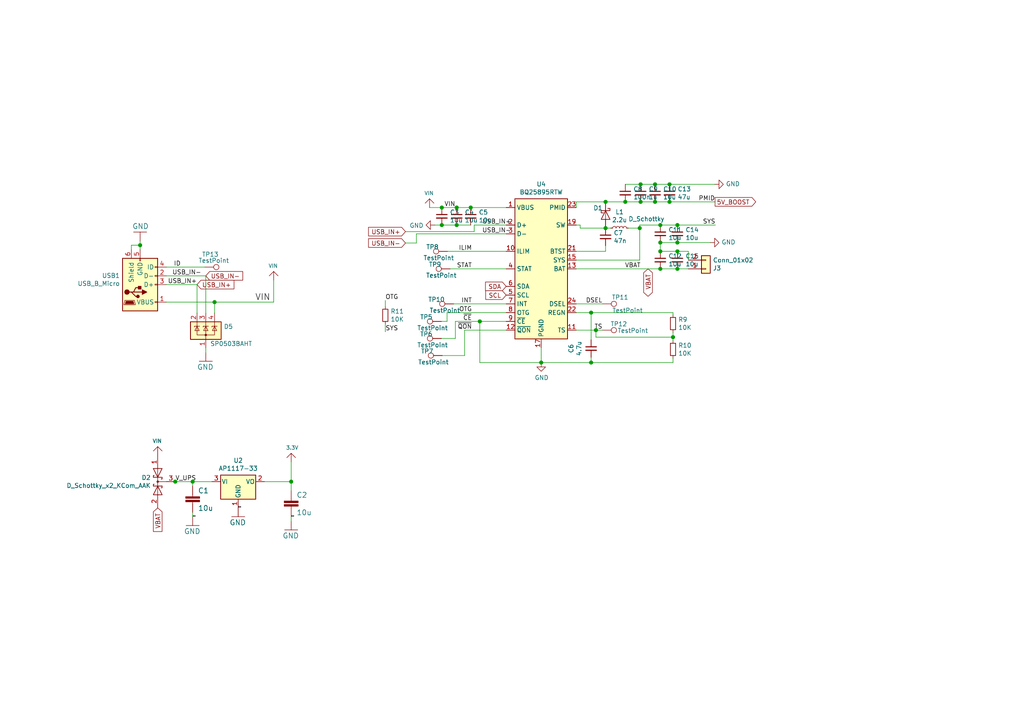
<source format=kicad_sch>
(kicad_sch (version 20201015) (generator eeschema)
  (page 1 6)
  (paper "A4")
  (lib_symbols
    (symbol "Battery_Management:BQ25895RTW"
      (property "Reference" "U" (at -5.08 22.86 0))
      (property "Value" "BQ25895RTW" (at 5.08 22.86 0))
      (symbol "BQ25895RTW_0_1"
        (rectangle (start -7.62 20.32) (end 7.62 -20.32) (stroke (width 0.254)) (fill (type background)))
      )
      (symbol "BQ25895RTW_1_1"
        (pin power_in line (at -10.16 17.78 0) (length 2.54) (name "VBUS") (number "1"))
        (pin passive line (at -10.16 5.08 0) (length 2.54) (name "ILIM") (number "10"))
        (pin passive line (at 10.16 -17.78 180) (length 2.54) (name "TS") (number "11"))
        (pin input line (at -10.16 -17.78 0) (length 2.54) (name "~QON") (number "12"))
        (pin passive line (at 10.16 0 180) (length 2.54) (name "BAT") (number "13"))
        (pin passive line (at 10.16 0 180) (length 2.54) hide (name "BAT") (number "14"))
        (pin passive line (at 10.16 2.54 180) (length 2.54) (name "SYS") (number "15"))
        (pin passive line (at 10.16 2.54 180) (length 2.54) hide (name "SYS") (number "16"))
        (pin power_in line (at 0 -22.86 90) (length 2.54) (name "PGND") (number "17"))
        (pin passive line (at 0 -22.86 90) (length 2.54) hide (name "PGND") (number "18"))
        (pin power_out line (at 10.16 12.7 180) (length 2.54) (name "SW") (number "19"))
        (pin bidirectional line (at -10.16 12.7 0) (length 2.54) (name "D+") (number "2"))
        (pin passive line (at 10.16 12.7 180) (length 2.54) hide (name "SW") (number "20"))
        (pin passive line (at 10.16 5.08 180) (length 2.54) (name "BTST") (number "21"))
        (pin passive line (at 10.16 -12.7 180) (length 2.54) (name "REGN") (number "22"))
        (pin power_out line (at 10.16 17.78 180) (length 2.54) (name "PMID") (number "23"))
        (pin open_collector line (at 10.16 -10.16 180) (length 2.54) (name "DSEL") (number "24"))
        (pin passive line (at 0 -22.86 90) (length 2.54) hide (name "PGND") (number "25"))
        (pin bidirectional line (at -10.16 10.16 0) (length 2.54) (name "D-") (number "3"))
        (pin open_collector line (at -10.16 0 0) (length 2.54) (name "STAT") (number "4"))
        (pin input line (at -10.16 -7.62 0) (length 2.54) (name "SCL") (number "5"))
        (pin bidirectional line (at -10.16 -5.08 0) (length 2.54) (name "SDA") (number "6"))
        (pin open_collector line (at -10.16 -10.16 0) (length 2.54) (name "INT") (number "7"))
        (pin input line (at -10.16 -12.7 0) (length 2.54) (name "OTG") (number "8"))
        (pin input line (at -10.16 -15.24 0) (length 2.54) (name "~CE") (number "9"))
      )
    )
    (symbol "Connector:TestPoint" (pin_numbers hide) (pin_names (offset 0.762) hide)
      (property "Reference" "TP" (at 0 6.858 0))
      (property "Value" "TestPoint" (at 0 5.08 0))
      (symbol "TestPoint_0_1"
        (circle (center 0 3.302) (radius 0.762))
      )
      (symbol "TestPoint_1_1"
        (pin passive line (at 0 0 90) (length 2.54) (name "1") (number "1"))
      )
    )
    (symbol "Connector:USB_B_Micro" (pin_names (offset 1.016))
      (property "Reference" "J" (at -5.08 11.43 0))
      (property "Value" "USB_B_Micro" (at -5.08 8.89 0))
      (symbol "USB_B_Micro_0_1"
        (circle (center -3.81 2.159) (radius 0.635) (stroke (width 0.254)) (fill (type outline)))
        (circle (center -0.635 3.429) (radius 0.381) (stroke (width 0.254)) (fill (type outline)))
        (rectangle (start -5.08 -7.62) (end 5.08 7.62) (stroke (width 0.254)) (fill (type background)))
        (rectangle (start -0.127 -7.62) (end 0.127 -6.858))
        (rectangle (start 0.254 1.27) (end -0.508 0.508) (stroke (width 0.254)) (fill (type outline)))
        (rectangle (start 5.08 -5.207) (end 4.318 -4.953))
        (rectangle (start 5.08 -2.667) (end 4.318 -2.413))
        (rectangle (start 5.08 -0.127) (end 4.318 0.127))
        (rectangle (start 5.08 4.953) (end 4.318 5.207))
        (polyline (pts (xy -1.905 2.159) (xy 0.635 2.159)) (stroke (width 0.254)))
        (polyline (pts (xy -3.175 2.159) (xy -2.54 2.159) (xy -1.27 3.429) (xy -0.635 3.429)) (stroke (width 0.254)))
        (polyline (pts (xy -2.54 2.159) (xy -1.905 2.159) (xy -1.27 0.889) (xy 0 0.889)) (stroke (width 0.254)))
        (polyline (pts (xy 0.635 2.794) (xy 0.635 1.524) (xy 1.905 2.159) (xy 0.635 2.794)) (stroke (width 0.254)) (fill (type outline)))
        (polyline (pts (xy -4.318 5.588) (xy -1.778 5.588) (xy -2.032 4.826) (xy -4.064 4.826) (xy -4.318 5.588)) (fill (type outline)))
        (polyline (pts (xy -4.699 5.842) (xy -4.699 5.588) (xy -4.445 4.826) (xy -4.445 4.572) (xy -1.651 4.572) (xy -1.651 4.826) (xy -1.397 5.588) (xy -1.397 5.842) (xy -4.699 5.842)))
      )
      (symbol "USB_B_Micro_1_1"
        (pin power_out line (at 7.62 5.08 180) (length 2.54) (name "VBUS") (number "1"))
        (pin passive line (at 7.62 -2.54 180) (length 2.54) (name "D-") (number "2"))
        (pin passive line (at 7.62 0 180) (length 2.54) (name "D+") (number "3"))
        (pin passive line (at 7.62 -5.08 180) (length 2.54) (name "ID") (number "4"))
        (pin power_out line (at 0 -10.16 90) (length 2.54) (name "GND") (number "5"))
        (pin passive line (at -2.54 -10.16 90) (length 2.54) (name "Shield") (number "6"))
      )
    )
    (symbol "Connector_Generic:Conn_01x02" (pin_names (offset 1.016) hide)
      (property "Reference" "J" (at 0 2.54 0))
      (property "Value" "Conn_01x02" (at 0 -5.08 0))
      (symbol "Conn_01x02_1_1"
        (rectangle (start -1.27 -2.413) (end 0 -2.667) (stroke (width 0.1524)))
        (rectangle (start -1.27 0.127) (end 0 -0.127) (stroke (width 0.1524)))
        (rectangle (start -1.27 1.27) (end 1.27 -3.81) (stroke (width 0.254)) (fill (type background)))
        (pin passive line (at -5.08 0 0) (length 3.81) (name "Pin_1") (number "1"))
        (pin passive line (at -5.08 -2.54 0) (length 3.81) (name "Pin_2") (number "2"))
      )
    )
    (symbol "Device:C_Small" (pin_numbers hide) (pin_names (offset 0.254) hide)
      (property "Reference" "C" (at 0.254 1.778 0))
      (property "Value" "C_Small" (at 0.254 -2.032 0))
      (symbol "C_Small_0_1"
        (polyline (pts (xy -1.524 -0.508) (xy 1.524 -0.508)) (stroke (width 0.3302)))
        (polyline (pts (xy -1.524 0.508) (xy 1.524 0.508)) (stroke (width 0.3048)))
      )
      (symbol "C_Small_1_1"
        (pin passive line (at 0 2.54 270) (length 2.032) (name "~") (number "1"))
        (pin passive line (at 0 -2.54 90) (length 2.032) (name "~") (number "2"))
      )
    )
    (symbol "Device:D_Schottky" (pin_numbers hide) (pin_names (offset 1.016) hide)
      (property "Reference" "D" (at 0 2.54 0))
      (property "Value" "D_Schottky" (at 0 -2.54 0))
      (symbol "D_Schottky_0_1"
        (polyline (pts (xy 1.27 0) (xy -1.27 0)))
        (polyline (pts (xy 1.27 1.27) (xy 1.27 -1.27) (xy -1.27 0) (xy 1.27 1.27)) (stroke (width 0.2032)))
        (polyline (pts (xy -1.905 0.635) (xy -1.905 1.27) (xy -1.27 1.27) (xy -1.27 -1.27) (xy -0.635 -1.27) (xy -0.635 -0.635)) (stroke (width 0.2032)))
      )
      (symbol "D_Schottky_1_1"
        (pin passive line (at -3.81 0 0) (length 2.54) (name "K") (number "1"))
        (pin passive line (at 3.81 0 180) (length 2.54) (name "A") (number "2"))
      )
    )
    (symbol "Device:D_Schottky_x2_KCom_AAK" (pin_names (offset 0.762) hide)
      (property "Reference" "D" (at 1.27 -2.54 0))
      (property "Value" "D_Schottky_x2_KCom_AAK" (at 0 2.54 0))
      (symbol "D_Schottky_x2_KCom_AAK_0_1"
        (circle (center 0 0) (radius 0.254) (fill (type outline)))
        (polyline (pts (xy -3.81 0) (xy 3.81 0)))
        (polyline (pts (xy 0 0) (xy 0 -2.54)))
        (polyline (pts (xy -1.27 -1.27) (xy -1.27 1.27) (xy -1.27 1.27)) (stroke (width 0.2032)))
        (polyline (pts (xy 1.27 -1.27) (xy 1.27 1.27) (xy 1.27 1.27)) (stroke (width 0.2032)))
        (polyline (pts (xy -1.27 -1.27) (xy -0.762 -1.27) (xy -0.762 -1.016) (xy -0.762 -1.016)) (stroke (width 0.2032)))
        (polyline (pts (xy 1.27 -1.27) (xy 1.778 -1.27) (xy 1.778 -1.016) (xy 1.778 -1.016)) (stroke (width 0.2032)))
        (polyline (pts (xy 1.27 1.27) (xy 0.762 1.27) (xy 0.762 1.016) (xy 0.762 1.016)) (stroke (width 0.2032)))
        (polyline (pts (xy -1.778 1.016) (xy -1.778 1.27) (xy -1.27 1.27) (xy -1.27 1.27) (xy -1.27 1.27)) (stroke (width 0.2032)))
        (polyline (pts (xy -3.81 1.27) (xy -1.27 0) (xy -3.81 -1.27) (xy -3.81 1.27) (xy -3.81 1.27) (xy -3.81 1.27)) (stroke (width 0.2032)))
        (polyline (pts (xy 3.81 -1.27) (xy 1.27 0) (xy 3.81 1.27) (xy 3.81 -1.27) (xy 3.81 -1.27) (xy 3.81 -1.27)) (stroke (width 0.2032)))
        (pin passive line (at -7.62 0 0) (length 3.81) (name "A") (number "1"))
        (pin passive line (at 7.62 0 180) (length 3.81) (name "A") (number "2"))
        (pin passive line (at 0 -5.08 90) (length 2.54) (name "K") (number "3"))
      )
    )
    (symbol "Device:L_Small" (pin_numbers hide) (pin_names (offset 0.254) hide)
      (property "Reference" "L" (at 0.762 1.016 0))
      (property "Value" "L_Small" (at 0.762 -1.016 0))
      (symbol "L_Small_0_1"
        (arc (start 0 -2.032) (end 0 -1.016) (radius (at 0 -1.524) (length 0.508) (angles -89.9 89.9)))
        (arc (start 0 -1.016) (end 0 0) (radius (at 0 -0.508) (length 0.508) (angles -89.9 89.9)))
        (arc (start 0 0) (end 0 1.016) (radius (at 0 0.508) (length 0.508) (angles -89.9 89.9)))
        (arc (start 0 1.016) (end 0 2.032) (radius (at 0 1.524) (length 0.508) (angles -89.9 89.9)))
      )
      (symbol "L_Small_1_1"
        (pin passive line (at 0 2.54 270) (length 0.508) (name "~") (number "1"))
        (pin passive line (at 0 -2.54 90) (length 0.508) (name "~") (number "2"))
      )
    )
    (symbol "Device:R_Small" (pin_numbers hide) (pin_names (offset 0.254) hide)
      (property "Reference" "R" (at 0.762 0.508 0))
      (property "Value" "R_Small" (at 0.762 -1.016 0))
      (symbol "R_Small_0_1"
        (rectangle (start -0.762 1.778) (end 0.762 -1.778) (stroke (width 0.2032)))
      )
      (symbol "R_Small_1_1"
        (pin passive line (at 0 2.54 270) (length 0.762) (name "~") (number "1"))
        (pin passive line (at 0 -2.54 90) (length 0.762) (name "~") (number "2"))
      )
    )
    (symbol "Omega2-IO-Power-eagle-import:3.3V" (power) (pin_names (offset 1.016))
      (property "Value" "3.3V" (at -1.524 1.016 0))
      (symbol "3.3V_1_0"
        (polyline (pts (xy -1.27 -1.27) (xy 0 0)))
        (polyline (pts (xy 0 0) (xy 1.27 -1.27)))
        (pin power_in line (at 0 -2.54 90) (length 2.54) (name "3.3V") (number "1"))
      )
    )
    (symbol "Omega2-IO-Power-eagle-import:CAP0805-CAP-LARGEPADS" (pin_names (offset 1.016))
      (property "Reference" "C" (at 1.524 2.921 0))
      (property "Value" "CAP0805-CAP-LARGEPADS" (at 1.524 -2.159 0))
      (symbol "CAP0805-CAP-LARGEPADS_1_0"
        (rectangle (start -2.032 0.508) (end 2.032 1.016) (fill (type outline)))
        (rectangle (start -2.032 1.524) (end 2.032 2.032) (fill (type outline)))
        (polyline (pts (xy 0 0) (xy 0 0.508)))
        (polyline (pts (xy 0 2.54) (xy 0 2.032)))
        (pin passive line (at 0 5.08 270) (length 2.54) (name "1") (number "1"))
        (pin passive line (at 0 -2.54 90) (length 2.54) (name "2") (number "2"))
      )
    )
    (symbol "Omega2-IO-Power-eagle-import:GND" (power) (pin_names (offset 1.016))
      (property "Value" "GND" (at -2.54 -2.54 0))
      (symbol "GND_1_0"
        (polyline (pts (xy -1.905 0) (xy 1.905 0)))
        (pin power_in line (at 0 2.54 270) (length 2.54) (name "GND") (number "1"))
      )
    )
    (symbol "Omega2-IO-Power-eagle-import:VIN" (power) (pin_names (offset 1.016))
      (property "Value" "VIN" (at -1.524 1.016 0))
      (symbol "VIN_1_0"
        (polyline (pts (xy -1.27 -1.27) (xy 0 0)))
        (polyline (pts (xy 0 0) (xy 1.27 -1.27)))
        (pin power_in line (at 0 -2.54 90) (length 2.54) (name "VIN") (number "1"))
      )
    )
    (symbol "Power_Protection:SP0503BAHT" (pin_names hide)
      (property "Reference" "D" (at 5.715 2.54 0))
      (property "Value" "SP0503BAHT" (at 5.715 0.635 0))
      (symbol "SP0503BAHT_0_1"
        (circle (center 0 -1.27) (radius 0.254) (fill (type outline)))
        (rectangle (start -4.445 2.54) (end 4.445 -2.54) (stroke (width 0.254)) (fill (type background)))
        (polyline (pts (xy -2.54 2.54) (xy -2.54 1.27)))
        (polyline (pts (xy 0 -1.27) (xy 0 -2.54)))
        (polyline (pts (xy 0 -1.27) (xy 0 1.27)))
        (polyline (pts (xy 0 2.54) (xy 0 1.27)))
        (polyline (pts (xy 0.635 1.27) (xy 0.762 1.27)))
        (polyline (pts (xy 2.54 2.54) (xy 2.54 1.27)))
        (polyline (pts (xy 0.635 1.27) (xy -0.762 1.27) (xy -0.762 1.016)))
        (polyline (pts (xy -3.302 1.016) (xy -3.302 1.27) (xy -1.905 1.27) (xy -1.778 1.27)))
        (polyline (pts (xy -2.54 1.27) (xy -2.54 -1.27) (xy 2.54 -1.27) (xy 2.54 1.27)))
        (polyline (pts (xy -2.54 1.27) (xy -1.905 0) (xy -3.175 0) (xy -2.54 1.27)))
        (polyline (pts (xy 0.635 0) (xy -0.635 0) (xy 0 1.27) (xy 0.635 0)))
        (polyline (pts (xy 1.778 1.016) (xy 1.778 1.27) (xy 3.175 1.27) (xy 3.302 1.27)))
        (polyline (pts (xy 2.54 1.27) (xy 1.905 0) (xy 3.175 0) (xy 2.54 1.27)))
      )
      (symbol "SP0503BAHT_0_0"
        (pin passive line (at 0 -5.08 90) (length 2.54) (name "A") (number "1"))
      )
      (symbol "SP0503BAHT_1_1"
        (pin passive line (at -2.54 5.08 270) (length 2.54) (name "K") (number "2"))
        (pin passive line (at 0 5.08 270) (length 2.54) (name "K") (number "3"))
        (pin passive line (at 2.54 5.08 270) (length 2.54) (name "K") (number "4"))
      )
    )
    (symbol "Regulator_Linear:AP1117-33" (pin_names (offset 0.254))
      (property "Reference" "U" (at -3.81 3.175 0))
      (property "Value" "AP1117-33" (at 0 3.175 0))
      (symbol "AP1117-33_0_1"
        (rectangle (start -5.08 -5.08) (end 5.08 1.905) (stroke (width 0.254)) (fill (type background)))
      )
      (symbol "AP1117-33_1_1"
        (pin power_in line (at 0 -7.62 90) (length 2.54) (name "GND") (number "1"))
        (pin power_out line (at 7.62 0 180) (length 2.54) (name "VO") (number "2"))
        (pin power_in line (at -7.62 0 0) (length 2.54) (name "VI") (number "3"))
      )
    )
    (symbol "power:GND" (power) (pin_names (offset 0))
      (property "Value" "GND" (at 0 -3.81 0))
      (symbol "GND_0_1"
        (polyline (pts (xy 0 0) (xy 0 -1.27) (xy 1.27 -1.27) (xy 0 -2.54) (xy -1.27 -1.27) (xy 0 -1.27)))
      )
      (symbol "GND_1_1"
        (pin power_in line (at 0 0 270) (length 0) hide (name "GND") (number "1"))
      )
    )
  )
  (junction (at 40.64 71.12) (diameter 1.016))
  (junction (at 50.8254 139.7) (diameter 1.016))
  (junction (at 55.88 139.7) (diameter 1.016))
  (junction (at 62.23 87.63) (diameter 1.016))
  (junction (at 84.455 139.7) (diameter 1.016))
  (junction (at 128.143 60.198) (diameter 1.016))
  (junction (at 128.143 65.278) (diameter 1.016))
  (junction (at 132.461 60.198) (diameter 1.016))
  (junction (at 132.461 65.278) (diameter 1.016))
  (junction (at 136.525 60.198) (diameter 1.016))
  (junction (at 139.1666 93.218) (diameter 1.016))
  (junction (at 156.972 105.156) (diameter 1.016))
  (junction (at 171.45 90.678) (diameter 1.016))
  (junction (at 171.45 105.156) (diameter 1.016))
  (junction (at 172.847 95.758) (diameter 1.016))
  (junction (at 175.641 58.547) (diameter 1.016))
  (junction (at 175.641 66.167) (diameter 1.016))
  (junction (at 181.356 58.547) (diameter 1.016))
  (junction (at 185.547 66.167) (diameter 1.016))
  (junction (at 185.801 53.467) (diameter 1.016))
  (junction (at 185.801 58.547) (diameter 1.016))
  (junction (at 189.992 53.467) (diameter 1.016))
  (junction (at 189.992 58.547) (diameter 1.016))
  (junction (at 191.516 65.278) (diameter 1.016))
  (junction (at 191.516 70.358) (diameter 1.016))
  (junction (at 191.516 72.898) (diameter 1.016))
  (junction (at 191.516 77.978) (diameter 1.016))
  (junction (at 194.183 53.467) (diameter 1.016))
  (junction (at 194.183 58.547) (diameter 1.016))
  (junction (at 195.199 97.79) (diameter 1.016))
  (junction (at 196.469 65.278) (diameter 1.016))
  (junction (at 196.469 70.358) (diameter 1.016))
  (junction (at 196.469 72.898) (diameter 1.016))
  (junction (at 196.469 77.978) (diameter 1.016))
  (wire (pts (xy 38.1 71.12) (xy 40.64 71.12)))
  (wire (pts (xy 38.1 72.39) (xy 38.1 71.12)))
  (wire (pts (xy 40.64 71.12) (xy 40.64 69.85)))
  (wire (pts (xy 40.64 72.39) (xy 40.64 71.12)))
  (wire (pts (xy 48.26 77.47) (xy 59.436 77.47)))
  (wire (pts (xy 48.26 80.01) (xy 59.69 80.01)))
  (wire (pts (xy 48.26 82.55) (xy 57.15 82.55)))
  (wire (pts (xy 48.26 87.63) (xy 62.23 87.63)))
  (wire (pts (xy 50.8 139.7) (xy 50.8254 139.7)))
  (wire (pts (xy 50.8254 139.7) (xy 55.88 139.7)))
  (wire (pts (xy 55.88 139.7) (xy 61.468 139.7)))
  (wire (pts (xy 55.88 140.9954) (xy 55.88 139.7)))
  (wire (pts (xy 55.88 149.8854) (xy 55.88 148.6154)))
  (wire (pts (xy 57.15 82.55) (xy 57.15 90.805)))
  (wire (pts (xy 59.69 80.01) (xy 59.69 90.805)))
  (wire (pts (xy 59.69 100.965) (xy 59.69 102.235)))
  (wire (pts (xy 62.23 87.63) (xy 62.23 90.805)))
  (wire (pts (xy 62.23 87.63) (xy 79.375 87.63)))
  (wire (pts (xy 76.708 139.7) (xy 84.455 139.7)))
  (wire (pts (xy 79.375 87.63) (xy 79.375 81.28)))
  (wire (pts (xy 84.455 134.0104) (xy 84.455 139.7)))
  (wire (pts (xy 84.455 139.7) (xy 84.455 142.2654)))
  (wire (pts (xy 84.455 149.8854) (xy 84.455 151.1554)))
  (wire (pts (xy 111.76 88.9254) (xy 111.76 87.1474)))
  (wire (pts (xy 111.76 94.0054) (xy 111.76 96.2152)))
  (wire (pts (xy 111.76 96.2152) (xy 111.7854 96.2152)))
  (wire (pts (xy 120.777 67.818) (xy 120.777 70.485)))
  (wire (pts (xy 120.777 67.818) (xy 146.812 67.818)))
  (wire (pts (xy 120.777 70.485) (xy 117.602 70.485)))
  (wire (pts (xy 128.143 60.198) (xy 124.587 60.198)))
  (wire (pts (xy 128.143 65.278) (xy 126.111 65.278)))
  (wire (pts (xy 129.667 90.678) (xy 129.667 93.218)))
  (wire (pts (xy 129.667 90.678) (xy 146.812 90.678)))
  (wire (pts (xy 129.667 93.218) (xy 128.016 93.218)))
  (wire (pts (xy 129.794 72.898) (xy 146.812 72.898)))
  (wire (pts (xy 130.556 77.978) (xy 146.812 77.978)))
  (wire (pts (xy 131.572 88.138) (xy 146.812 88.138)))
  (wire (pts (xy 132.08 93.218) (xy 132.08 98.171)))
  (wire (pts (xy 132.08 93.218) (xy 139.1666 93.218)))
  (wire (pts (xy 132.08 98.171) (xy 128.016 98.171)))
  (wire (pts (xy 132.461 60.198) (xy 128.143 60.198)))
  (wire (pts (xy 132.461 65.278) (xy 128.143 65.278)))
  (wire (pts (xy 132.461 65.278) (xy 132.461 65.151)))
  (wire (pts (xy 134.747 95.758) (xy 134.747 103.124)))
  (wire (pts (xy 134.747 95.758) (xy 146.812 95.758)))
  (wire (pts (xy 134.747 103.124) (xy 128.27 103.124)))
  (wire (pts (xy 136.525 60.198) (xy 132.461 60.198)))
  (wire (pts (xy 136.525 65.278) (xy 132.461 65.278)))
  (wire (pts (xy 137.541 65.278) (xy 137.541 67.183)))
  (wire (pts (xy 137.541 65.278) (xy 146.812 65.278)))
  (wire (pts (xy 137.541 67.183) (xy 117.602 67.183)))
  (wire (pts (xy 139.1666 93.218) (xy 146.812 93.218)))
  (wire (pts (xy 139.1666 105.156) (xy 139.1666 93.218)))
  (wire (pts (xy 139.1666 105.156) (xy 156.9466 105.156)))
  (wire (pts (xy 146.812 60.198) (xy 136.525 60.198)))
  (wire (pts (xy 156.972 100.838) (xy 156.972 105.156)))
  (wire (pts (xy 156.972 105.156) (xy 171.45 105.156)))
  (wire (pts (xy 167.132 58.547) (xy 167.132 60.198)))
  (wire (pts (xy 167.132 65.278) (xy 168.275 65.278)))
  (wire (pts (xy 167.132 72.898) (xy 175.641 72.898)))
  (wire (pts (xy 167.132 75.438) (xy 185.547 75.438)))
  (wire (pts (xy 167.132 77.978) (xy 191.516 77.978)))
  (wire (pts (xy 167.132 88.138) (xy 174.752 88.138)))
  (wire (pts (xy 167.132 90.678) (xy 171.45 90.678)))
  (wire (pts (xy 167.132 95.758) (xy 172.847 95.758)))
  (wire (pts (xy 168.275 65.278) (xy 168.275 66.167)))
  (wire (pts (xy 168.275 66.167) (xy 175.641 66.167)))
  (wire (pts (xy 171.45 90.678) (xy 171.45 98.552)))
  (wire (pts (xy 171.45 90.678) (xy 195.199 90.678)))
  (wire (pts (xy 171.45 103.632) (xy 171.45 105.156)))
  (wire (pts (xy 171.45 105.156) (xy 195.199 105.156)))
  (wire (pts (xy 172.847 95.758) (xy 172.847 97.79)))
  (wire (pts (xy 172.847 95.758) (xy 174.752 95.758)))
  (wire (pts (xy 172.847 97.79) (xy 195.199 97.79)))
  (wire (pts (xy 175.641 58.547) (xy 167.132 58.547)))
  (wire (pts (xy 175.641 58.547) (xy 181.356 58.547)))
  (wire (pts (xy 175.641 72.898) (xy 175.641 71.247)))
  (wire (pts (xy 177.165 66.167) (xy 175.641 66.167)))
  (wire (pts (xy 181.356 53.467) (xy 185.801 53.467)))
  (wire (pts (xy 181.356 58.547) (xy 185.801 58.547)))
  (wire (pts (xy 185.547 65.278) (xy 185.547 66.167)))
  (wire (pts (xy 185.547 65.278) (xy 191.516 65.278)))
  (wire (pts (xy 185.547 66.167) (xy 182.245 66.167)))
  (wire (pts (xy 185.547 75.438) (xy 185.547 66.167)))
  (wire (pts (xy 185.801 53.467) (xy 189.992 53.467)))
  (wire (pts (xy 185.801 58.547) (xy 189.992 58.547)))
  (wire (pts (xy 189.992 53.467) (xy 194.183 53.467)))
  (wire (pts (xy 189.992 58.547) (xy 194.183 58.547)))
  (wire (pts (xy 191.516 65.278) (xy 196.469 65.278)))
  (wire (pts (xy 191.516 70.358) (xy 196.469 70.358)))
  (wire (pts (xy 191.516 72.898) (xy 191.516 70.358)))
  (wire (pts (xy 191.516 77.978) (xy 196.469 77.978)))
  (wire (pts (xy 194.183 53.467) (xy 207.264 53.467)))
  (wire (pts (xy 194.183 58.547) (xy 207.391 58.547)))
  (wire (pts (xy 195.199 91.313) (xy 195.199 90.678)))
  (wire (pts (xy 195.199 97.79) (xy 195.199 96.393)))
  (wire (pts (xy 195.199 98.806) (xy 195.199 97.79)))
  (wire (pts (xy 195.199 105.156) (xy 195.199 103.886)))
  (wire (pts (xy 196.469 65.278) (xy 207.518 65.278)))
  (wire (pts (xy 196.469 70.358) (xy 205.994 70.358)))
  (wire (pts (xy 196.469 72.898) (xy 191.516 72.898)))
  (wire (pts (xy 196.469 72.898) (xy 199.644 72.898)))
  (wire (pts (xy 196.469 77.978) (xy 199.644 77.978)))
  (wire (pts (xy 199.644 72.898) (xy 199.644 75.438)))
  (label "V_UPS" (at 50.8254 139.7 0))
  (label "ID" (at 52.451 77.47 180))
  (label "GND" (at 55.88 149.8854 0) (effects (font (size 0.254 0.254))))
  (label "USB_IN+" (at 57.15 82.55 180))
  (label "USB_IN-" (at 58.42 80.01 180))
  (label "GND" (at 69.088 147.2438 0) (effects (font (size 0.254 0.254))))
  (label "VIN" (at 73.9902 87.63 0) (effects (font (size 1.778 1.778))))
  (label "GND" (at 84.455 149.8854 0) (effects (font (size 0.254 0.254))))
  (label "OTG" (at 111.76 87.1474 0))
  (label "SYS" (at 111.7854 96.2152 0))
  (label "VIN" (at 132.08 60.198 180))
  (label "ILIM" (at 136.906 72.898 180))
  (label "STAT" (at 136.906 77.978 180))
  (label "INT" (at 136.906 88.138 180))
  (label "OTG" (at 136.906 90.678 180))
  (label "~CE" (at 136.906 93.218 180))
  (label "~QON" (at 136.906 95.758 180))
  (label "USB_IN+" (at 139.827 65.278 0))
  (label "USB_IN-" (at 139.827 67.818 0))
  (label "DSEL" (at 174.752 88.138 180))
  (label "TS" (at 174.752 95.758 180))
  (label "VBAT" (at 181.229 77.978 0))
  (label "PMID" (at 207.391 58.547 180))
  (label "SYS" (at 207.518 65.278 180))
  (global_label "VBAT" (shape input) (at 45.7454 147.32 270))
  (global_label "USB_IN+" (shape input) (at 57.15 82.55 0))
  (global_label "USB_IN-" (shape input) (at 59.69 80.01 0))
  (global_label "USB_IN+" (shape input) (at 117.602 67.183 180))
  (global_label "USB_IN-" (shape input) (at 117.602 70.485 180))
  (global_label "SDA" (shape input) (at 146.812 83.058 180))
  (global_label "SCL" (shape input) (at 146.812 85.598 180))
  (global_label "VBAT" (shape bidirectional) (at 187.96 77.978 270))
  (global_label "5V_BOOST" (shape output) (at 207.391 58.547 0))
  (symbol (lib_id "Device:L_Small") (at 179.705 66.167 90) (unit 1)
    (property "Reference" "L1" (at 179.705 61.468 90))
    (property "Value" "2.2u" (at 179.705 63.7794 90))
    (property "Footprint" "Inductor_SMD:L_Coilcraft_XAL5030" (effects hide))
    (property "manf#" "XAL5030-222MEC" (effects hide))
  )
  (symbol (lib_id "Connector:TestPoint") (at 59.436 77.47 270)
    (property "Reference" "TP13" (at 58.547 73.787 90) (effects (justify left)))
    (property "Value" "TestPoint" (at 57.531 75.565 90) (effects (justify left)))
    (property "Footprint" "TestPoint:TestPoint_Pad_D1.5mm" (effects hide))
    (property "DNP" "NA" (effects hide))
  )
  (symbol (lib_id "Connector:TestPoint") (at 128.016 93.218 90)
    (property "Reference" "TP5" (at 125.476 91.948 90) (effects (justify left)))
    (property "Value" "TestPoint" (at 129.921 95.123 90) (effects (justify left)))
    (property "Footprint" "TestPoint:TestPoint_Pad_D1.5mm" (effects hide))
    (property "DNP" "NA" (effects hide))
  )
  (symbol (lib_id "Connector:TestPoint") (at 128.016 98.171 90)
    (property "Reference" "TP6" (at 125.476 96.901 90) (effects (justify left)))
    (property "Value" "TestPoint" (at 129.921 100.076 90) (effects (justify left)))
    (property "Footprint" "TestPoint:TestPoint_Pad_D1.5mm" (effects hide))
    (property "DNP" "NA" (effects hide))
  )
  (symbol (lib_id "Connector:TestPoint") (at 128.27 103.124 90)
    (property "Reference" "TP7" (at 125.73 101.854 90) (effects (justify left)))
    (property "Value" "TestPoint" (at 130.175 105.029 90) (effects (justify left)))
    (property "Footprint" "TestPoint:TestPoint_Pad_D1.5mm" (effects hide))
    (property "DNP" "NA" (effects hide))
  )
  (symbol (lib_id "Connector:TestPoint") (at 129.794 72.898 90)
    (property "Reference" "TP8" (at 127.254 71.628 90) (effects (justify left)))
    (property "Value" "TestPoint" (at 131.699 74.803 90) (effects (justify left)))
    (property "Footprint" "TestPoint:TestPoint_Pad_D1.5mm" (effects hide))
    (property "DNP" "NA" (effects hide))
  )
  (symbol (lib_id "Connector:TestPoint") (at 130.556 77.978 90)
    (property "Reference" "TP9" (at 128.016 76.708 90) (effects (justify left)))
    (property "Value" "TestPoint" (at 132.461 79.883 90) (effects (justify left)))
    (property "Footprint" "TestPoint:TestPoint_Pad_D1.5mm" (effects hide))
    (property "DNP" "NA" (effects hide))
  )
  (symbol (lib_id "Connector:TestPoint") (at 131.572 88.138 90)
    (property "Reference" "TP10" (at 129.032 86.868 90) (effects (justify left)))
    (property "Value" "TestPoint" (at 133.477 90.043 90) (effects (justify left)))
    (property "Footprint" "TestPoint:TestPoint_Pad_D1.5mm" (effects hide))
    (property "DNP" "NA" (effects hide))
  )
  (symbol (lib_id "Connector:TestPoint") (at 174.752 88.138 270)
    (property "Reference" "TP11" (at 177.419 86.233 90) (effects (justify left)))
    (property "Value" "TestPoint" (at 177.546 90.043 90) (effects (justify left)))
    (property "Footprint" "TestPoint:TestPoint_Pad_D1.5mm" (effects hide))
    (property "DNP" "NA" (effects hide))
  )
  (symbol (lib_id "Connector:TestPoint") (at 174.752 95.758 270)
    (property "Reference" "TP12" (at 177.038 93.98 90) (effects (justify left)))
    (property "Value" "TestPoint" (at 179.07 95.885 90) (effects (justify left)))
    (property "Footprint" "TestPoint:TestPoint_Pad_D1.5mm" (effects hide))
    (property "DNP" "NA" (effects hide))
  )
  (symbol (lib_id "power:GND") (at 126.111 65.278 270) (unit 1)
    (property "Reference" "#PWR0103" (effects hide))
    (property "Value" "GND" (at 122.8598 65.405 90) (effects (justify right)))
  )
  (symbol (lib_id "power:GND") (at 156.972 105.156 0) (unit 1)
    (property "Reference" "#PWR0104" (effects hide))
    (property "Value" "GND" (at 157.099 109.5502 0))
  )
  (symbol (lib_id "power:GND") (at 205.994 70.358 90) (unit 1)
    (property "Reference" "#PWR0102" (effects hide))
    (property "Value" "GND" (at 209.2452 70.231 90) (effects (justify right)))
  )
  (symbol (lib_id "power:GND") (at 207.264 53.467 90) (unit 1)
    (property "Reference" "#PWR0105" (effects hide))
    (property "Value" "GND" (at 210.5152 53.34 90) (effects (justify right)))
  )
  (symbol (lib_id "Device:R_Small") (at 111.76 91.4654 0) (unit 1)
    (property "Reference" "R11" (at 113.2586 90.297 0) (effects (justify left)))
    (property "Value" "10K" (at 113.2586 92.6084 0) (effects (justify left)))
    (property "Footprint" "Resistor_SMD:R_0603_1608Metric" (effects hide))
    (property "manf#" "CRCW060310K0JNEBC" (effects hide))
  )
  (symbol (lib_id "Device:R_Small") (at 195.199 93.853 0) (unit 1)
    (property "Reference" "R9" (at 196.6976 92.6846 0) (effects (justify left)))
    (property "Value" "10K" (at 196.6976 94.996 0) (effects (justify left)))
    (property "Footprint" "Resistor_SMD:R_0603_1608Metric" (effects hide))
    (property "manf#" "CRCW060310K0JNEBC" (effects hide))
  )
  (symbol (lib_id "Device:R_Small") (at 195.199 101.346 0) (unit 1)
    (property "Reference" "R10" (at 196.6976 100.1776 0) (effects (justify left)))
    (property "Value" "10K" (at 196.6976 102.489 0) (effects (justify left)))
    (property "Footprint" "Resistor_SMD:R_0603_1608Metric" (effects hide))
    (property "manf#" "CRCW060310K0JNEBC" (effects hide))
  )
  (symbol (lib_id "Omega2-IO-Power-eagle-import:VIN") (at 45.7454 129.54 0)
    (property "Reference" "#U$01" (effects hide))
    (property "Value" "VIN" (at 44.2214 128.524 0) (effects (font (size 1.0668 1.0668)) (justify left bottom)))
  )
  (symbol (lib_id "Omega2-IO-Power-eagle-import:VIN") (at 79.375 78.74 0)
    (property "Reference" "#U$0101" (effects hide))
    (property "Value" "VIN" (at 77.851 77.724 0) (effects (font (size 1.0668 1.0668)) (justify left bottom)))
  )
  (symbol (lib_id "Omega2-IO-Power-eagle-import:3.3V") (at 84.455 131.4704 0)
    (property "Reference" "#U$0102" (effects hide))
    (property "Value" "3.3V" (at 82.931 130.4544 0) (effects (font (size 1.0668 1.0668)) (justify left bottom)))
  )
  (symbol (lib_id "Omega2-IO-Power-eagle-import:VIN") (at 124.587 57.658 0)
    (property "Reference" "#U$0103" (effects hide))
    (property "Value" "VIN" (at 123.063 56.642 0) (effects (font (size 1.0668 1.0668)) (justify left bottom)))
  )
  (symbol (lib_id "Omega2-IO-Power-eagle-import:GND") (at 40.64 67.31 180)
    (property "Reference" "#GND0104" (effects hide))
    (property "Value" "GND" (at 43.18 64.77 0) (effects (font (size 1.4986 1.4986)) (justify left bottom)))
  )
  (symbol (lib_id "Omega2-IO-Power-eagle-import:GND") (at 55.88 152.4254 0)
    (property "Reference" "#GND0103" (effects hide))
    (property "Value" "GND" (at 53.34 154.9654 0) (effects (font (size 1.4986 1.4986)) (justify left bottom)))
  )
  (symbol (lib_id "Omega2-IO-Power-eagle-import:GND") (at 59.69 104.775 0)
    (property "Reference" "#GND01" (effects hide))
    (property "Value" "GND" (at 57.15 107.315 0) (effects (font (size 1.4986 1.4986)) (justify left bottom)))
  )
  (symbol (lib_id "Omega2-IO-Power-eagle-import:GND") (at 69.088 149.86 0)
    (property "Reference" "#GND0101" (effects hide))
    (property "Value" "GND" (at 66.548 152.4 0) (effects (font (size 1.4986 1.4986)) (justify left bottom)))
  )
  (symbol (lib_id "Omega2-IO-Power-eagle-import:GND") (at 84.455 153.6954 0)
    (property "Reference" "#GND0102" (effects hide))
    (property "Value" "GND" (at 81.915 156.2354 0) (effects (font (size 1.4986 1.4986)) (justify left bottom)))
  )
  (symbol (lib_id "Device:C_Small") (at 128.143 62.738 0) (unit 1)
    (property "Reference" "C3" (at 130.4798 61.5696 0) (effects (justify left)))
    (property "Value" "10u" (at 130.4798 63.881 0) (effects (justify left)))
    (property "Footprint" "Capacitor_SMD:C_0805_2012Metric" (effects hide))
    (property "manf#" "C0805C106K4PAC" (effects hide))
  )
  (symbol (lib_id "Device:C_Small") (at 132.461 62.738 0) (unit 1)
    (property "Reference" "C4" (at 134.7978 61.5696 0) (effects (justify left)))
    (property "Value" "10u" (at 134.7978 63.881 0) (effects (justify left)))
    (property "Footprint" "Capacitor_SMD:C_0805_2012Metric" (effects hide))
    (property "manf#" "C0805C106K4PAC" (effects hide))
  )
  (symbol (lib_id "Device:C_Small") (at 136.525 62.738 0) (unit 1)
    (property "Reference" "C5" (at 138.8618 61.5696 0) (effects (justify left)))
    (property "Value" "10u" (at 138.8618 63.881 0) (effects (justify left)))
    (property "Footprint" "Capacitor_SMD:C_0805_2012Metric" (effects hide))
    (property "manf#" "C0805C106K4PAC" (effects hide))
  )
  (symbol (lib_id "Device:C_Small") (at 171.45 101.092 0) (unit 1)
    (property "Reference" "C6" (at 165.6334 101.092 90))
    (property "Value" "4.7u" (at 167.9448 101.092 90))
    (property "Footprint" "Capacitor_SMD:C_0805_2012Metric" (effects hide))
    (property "manf#" "0805YD475MAT2A" (effects hide))
  )
  (symbol (lib_id "Device:C_Small") (at 175.641 68.707 0) (unit 1)
    (property "Reference" "C7" (at 177.9778 67.5386 0) (effects (justify left)))
    (property "Value" "47n" (at 177.9778 69.85 0) (effects (justify left)))
    (property "Footprint" "Capacitor_SMD:C_0603_1608Metric" (effects hide))
    (property "manf#" "C0603C473M4RACTU" (effects hide))
  )
  (symbol (lib_id "Device:C_Small") (at 181.356 56.007 0) (unit 1)
    (property "Reference" "C8" (at 183.6928 54.8386 0) (effects (justify left)))
    (property "Value" "100n" (at 183.6928 57.15 0) (effects (justify left)))
    (property "Footprint" "Capacitor_SMD:C_0603_1608Metric" (effects hide))
    (property "manf#" "C0603C104M4RAC" (effects hide))
  )
  (symbol (lib_id "Device:C_Small") (at 185.801 56.007 0) (unit 1)
    (property "Reference" "C9" (at 188.1378 54.8386 0) (effects (justify left)))
    (property "Value" "1u" (at 188.1378 57.15 0) (effects (justify left)))
    (property "Footprint" "Capacitor_SMD:C_0603_1608Metric" (effects hide))
    (property "manf#" "C0603C105M4PAC7411" (effects hide))
  )
  (symbol (lib_id "Device:C_Small") (at 189.992 56.007 0) (unit 1)
    (property "Reference" "C10" (at 192.3288 54.8386 0) (effects (justify left)))
    (property "Value" "10u" (at 192.3288 57.15 0) (effects (justify left)))
    (property "Footprint" "Capacitor_SMD:C_0805_2012Metric" (effects hide))
    (property "manf#" "C0805C106K4PAC" (effects hide))
  )
  (symbol (lib_id "Device:C_Small") (at 191.516 67.818 0) (unit 1)
    (property "Reference" "C11" (at 193.8528 66.6496 0) (effects (justify left)))
    (property "Value" "10u" (at 193.8528 68.961 0) (effects (justify left)))
    (property "Footprint" "Capacitor_SMD:C_0805_2012Metric" (effects hide))
    (property "manf#" "C0805C106K4PAC" (effects hide))
  )
  (symbol (lib_id "Device:C_Small") (at 191.516 75.438 0) (unit 1)
    (property "Reference" "C12" (at 193.8528 74.2696 0) (effects (justify left)))
    (property "Value" "10u" (at 193.8528 76.581 0) (effects (justify left)))
    (property "Footprint" "Capacitor_SMD:C_0805_2012Metric" (effects hide))
    (property "manf#" "C0805C106K4PAC" (effects hide))
  )
  (symbol (lib_id "Device:C_Small") (at 194.183 56.007 0) (unit 1)
    (property "Reference" "C13" (at 196.5198 54.8386 0) (effects (justify left)))
    (property "Value" "47u" (at 196.5198 57.15 0) (effects (justify left)))
    (property "Footprint" "Capacitor_SMD:C_0805_2012Metric" (effects hide))
    (property "manf#" "C0805C476M9PACTU" (effects hide))
  )
  (symbol (lib_id "Device:C_Small") (at 196.469 67.818 0) (unit 1)
    (property "Reference" "C14" (at 198.8058 66.6496 0) (effects (justify left)))
    (property "Value" "10u" (at 198.8058 68.961 0) (effects (justify left)))
    (property "Footprint" "Capacitor_SMD:C_0805_2012Metric" (effects hide))
    (property "manf#" "C0805C106K4PAC" (effects hide))
  )
  (symbol (lib_id "Device:C_Small") (at 196.469 75.438 0) (unit 1)
    (property "Reference" "C15" (at 198.8058 74.2696 0) (effects (justify left)))
    (property "Value" "10u" (at 198.8058 76.581 0) (effects (justify left)))
    (property "Footprint" "Capacitor_SMD:C_0805_2012Metric" (effects hide))
    (property "manf#" "C0805C106K4PAC" (effects hide))
  )
  (symbol (lib_id "Device:D_Schottky") (at 175.641 62.357 270) (unit 1)
    (property "Reference" "D1" (at 172.085 60.325 90) (effects (justify left)))
    (property "Value" "D_Schottky" (at 182.245 63.5 90) (effects (justify left)))
    (property "Footprint" "Diode_SMD:D_SOD-123" (effects hide))
    (property "manf#" "MBR130T3G" (effects hide))
  )
  (symbol (lib_id "Omega2-IO-Power-eagle-import:CAP0805-CAP-LARGEPADS") (at 55.88 146.0754 0)
    (property "Reference" "C1" (at 57.404 143.1544 0) (effects (font (size 1.4986 1.4986)) (justify left bottom)))
    (property "Value" "10u" (at 57.404 148.2344 0) (effects (font (size 1.4986 1.4986)) (justify left bottom)))
    (property "Footprint" "Capacitor_SMD:C_0805_2012Metric" (effects hide))
    (property "manf#" "C0805C106K4PAC" (effects hide))
  )
  (symbol (lib_id "Omega2-IO-Power-eagle-import:CAP0805-CAP-LARGEPADS") (at 84.455 147.3454 0)
    (property "Reference" "C2" (at 85.979 144.4244 0) (effects (font (size 1.4986 1.4986)) (justify left bottom)))
    (property "Value" "10u" (at 85.979 149.5044 0) (effects (font (size 1.4986 1.4986)) (justify left bottom)))
    (property "Footprint" "Capacitor_SMD:C_0805_2012Metric" (effects hide))
    (property "manf#" "C0805C106K4PAC" (effects hide))
  )
  (symbol (lib_id "Connector_Generic:Conn_01x02") (at 204.724 77.978 0) (mirror x) (unit 1)
    (property "Reference" "J3" (at 206.756 77.7748 0) (effects (justify left)))
    (property "Value" "Conn_01x02" (at 206.756 75.4634 0) (effects (justify left)))
    (property "Footprint" "Connector_JST:JST_PH_S2B-PH-SM4-TB_1x02-1MP_P2.00mm_Horizontal" (effects hide))
    (property "manf#" "S2B-PH-SM4-TB(LF)(SN)" (effects hide))
  )
  (symbol (lib_id "Power_Protection:SP0503BAHT") (at 59.69 95.885 0) (unit 1)
    (property "Reference" "D5" (at 64.897 94.7166 0) (effects (justify left)))
    (property "Value" "SP0503BAHT" (at 60.96 99.695 0) (effects (justify left)))
    (property "Footprint" "Package_TO_SOT_SMD:SOT-143" (effects hide))
    (property "Datasheet" "http://www.littelfuse.com/~/media/files/littelfuse/technical%20resources/documents/data%20sheets/sp05xxba.pdf" (effects hide))
    (property "manf#" "SP0503BAHTG" (effects hide))
  )
  (symbol (lib_id "Device:D_Schottky_x2_KCom_AAK") (at 45.7454 139.7 90) (mirror x) (unit 1)
    (property "Reference" "D2" (at 43.7388 138.5316 90) (effects (justify left)))
    (property "Value" "D_Schottky_x2_KCom_AAK" (at 43.7388 140.843 90) (effects (justify left)))
    (property "Footprint" "footprints:SOT1061" (effects hide))
    (property "manf#" "PMEG4010CPA,115" (effects hide))
  )
  (symbol (lib_id "Regulator_Linear:AP1117-33") (at 69.088 139.7 0) (unit 1)
    (property "Reference" "U2" (at 69.088 133.5532 0))
    (property "Value" "AP1117-33" (at 69.088 135.8646 0))
    (property "Footprint" "Package_TO_SOT_SMD:SOT-223-3_TabPin2" (effects hide))
    (property "Datasheet" "http://www.diodes.com/datasheets/AP1117.pdf" (effects hide))
    (property "manf#" "TLV1117-33IDCYR" (effects hide))
  )
  (symbol (lib_id "Connector:USB_B_Micro") (at 40.64 82.55 0) (mirror x) (unit 1)
    (property "Reference" "USB1" (at 34.798 79.9338 0) (effects (justify right)))
    (property "Value" "USB_B_Micro" (at 34.798 82.2452 0) (effects (justify right)))
    (property "Footprint" "Connector_USB:USB_Micro-AB_Molex_47590-0001" (effects hide))
    (property "manf#" "47590-0001" (effects hide))
  )
  (symbol (lib_id "Battery_Management:BQ25895RTW") (at 156.972 77.978 0) (unit 1)
    (property "Reference" "U4" (at 156.972 53.4162 0))
    (property "Value" "BQ25895RTW" (at 156.972 55.7276 0))
    (property "Footprint" "Package_DFN_QFN:Texas_S-PWQFN-N24_EP2.7x2.7mm_ThermalVias" (effects hide))
    (property "Datasheet" "http://www.ti.com/lit/ds/symlink/bq25895.pdf" (effects hide))
    (property "manf#" "BQ25895RTW" (effects hide))
  )
)
</source>
